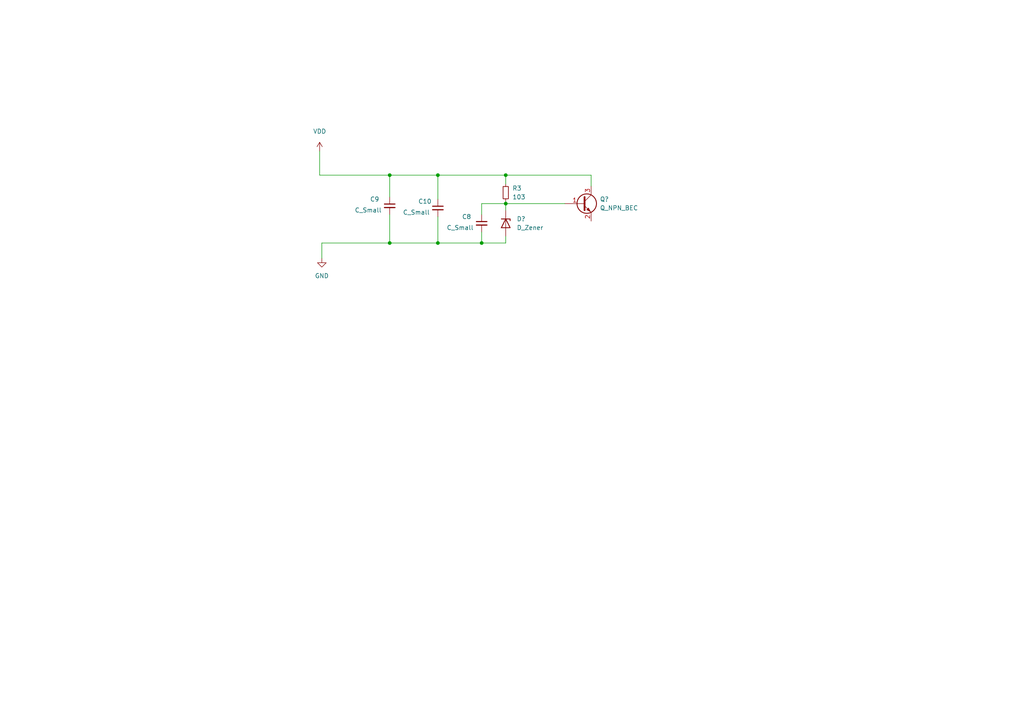
<source format=kicad_sch>
(kicad_sch (version 20211123) (generator eeschema)
  (paper "A4")
  (lib_symbols
    (symbol "Device:C_Small" (pin_numbers hide) (pin_names (offset 0.254) hide)
      (property "Reference" "C" (at 0.254 1.778 0))
      (property "Value" "C_Small" (at 0.254 -2.032 0))
      (symbol "C_Small_0_1"
        (polyline (pts (xy -1.524 -0.508) (xy 1.524 -0.508)) (stroke (width 0.3302)))
        (polyline (pts (xy -1.524 0.508) (xy 1.524 0.508)) (stroke (width 0.3048)))
      )
      (symbol "C_Small_1_1"
        (pin passive line (at 0 2.54 270) (length 2.032) (name "~") (number "1"))
        (pin passive line (at 0 -2.54 90) (length 2.032) (name "~") (number "2"))
      )
    )
    (symbol "Device:D_Zener" (pin_numbers hide) (pin_names (offset 1.016) hide)
      (property "Reference" "D" (at 0 2.54 0))
      (property "Value" "D_Zener" (at 0 -2.54 0))
      (symbol "D_Zener_0_1"
        (polyline (pts (xy 1.27 0) (xy -1.27 0)))
        (polyline (pts (xy -1.27 -1.27) (xy -1.27 1.27) (xy -0.762 1.27)) (stroke (width 0.254)))
        (polyline (pts (xy 1.27 -1.27) (xy 1.27 1.27) (xy -1.27 0) (xy 1.27 -1.27)) (stroke (width 0.254)))
      )
      (symbol "D_Zener_1_1"
        (pin passive line (at -3.81 0 0) (length 2.54) (name "K") (number "1"))
        (pin passive line (at 3.81 0 180) (length 2.54) (name "A") (number "2"))
      )
    )
    (symbol "Device:Q_NPN_BEC" (pin_names (offset 0) hide)
      (property "Reference" "Q" (at 5.08 1.27 0))
      (property "Value" "Q_NPN_BEC" (at 5.08 -1.27 0))
      (symbol "Q_NPN_BEC_0_1"
        (polyline (pts (xy 0.635 0.635) (xy 2.54 2.54)))
        (polyline (pts (xy 0.635 -0.635) (xy 2.54 -2.54) (xy 2.54 -2.54)))
        (polyline (pts (xy 0.635 1.905) (xy 0.635 -1.905) (xy 0.635 -1.905)) (stroke (width 0.508)))
        (polyline (pts (xy 1.27 -1.778) (xy 1.778 -1.27) (xy 2.286 -2.286) (xy 1.27 -1.778) (xy 1.27 -1.778)) (fill (type outline)))
        (circle (center 1.27 0) (radius 2.8194) (stroke (width 0.254)))
      )
      (symbol "Q_NPN_BEC_1_1"
        (pin input line (at -5.08 0 0) (length 5.715) (name "B") (number "1"))
        (pin passive line (at 2.54 -5.08 90) (length 2.54) (name "E") (number "2"))
        (pin passive line (at 2.54 5.08 270) (length 2.54) (name "C") (number "3"))
      )
    )
    (symbol "Device:R_Small" (pin_numbers hide) (pin_names (offset 0.254) hide)
      (property "Reference" "R" (at 0.762 0.508 0))
      (property "Value" "R_Small" (at 0.762 -1.016 0))
      (symbol "R_Small_0_1"
        (rectangle (start -0.762 1.778) (end 0.762 -1.778) (stroke (width 0.2032)))
      )
      (symbol "R_Small_1_1"
        (pin passive line (at 0 2.54 270) (length 0.762) (name "~") (number "1"))
        (pin passive line (at 0 -2.54 90) (length 0.762) (name "~") (number "2"))
      )
    )
    (symbol "power:GND" (power) (pin_names (offset 0))
      (property "Value" "GND" (at 0 -3.81 0))
      (symbol "GND_0_1"
        (polyline (pts (xy 0 0) (xy 0 -1.27) (xy 1.27 -1.27) (xy 0 -2.54) (xy -1.27 -1.27) (xy 0 -1.27)))
      )
      (symbol "GND_1_1"
        (pin power_in line (at 0 0 270) (length 0) hide (name "GND") (number "1"))
      )
    )
    (symbol "power:VDD" (power) (pin_names (offset 0))
      (property "Value" "VDD" (at 0 3.81 0))
      (symbol "VDD_0_1"
        (polyline (pts (xy -0.762 1.27) (xy 0 2.54)))
        (polyline (pts (xy 0 0) (xy 0 2.54)))
        (polyline (pts (xy 0 2.54) (xy 0.762 1.27)))
      )
      (symbol "VDD_1_1"
        (pin power_in line (at 0 0 90) (length 0) hide (name "VDD") (number "1"))
      )
    )
  )
  (junction (at 139.7 70.485))
  (junction (at 127 70.485))
  (junction (at 127 50.8))
  (junction (at 146.685 59.055))
  (junction (at 113.03 50.8))
  (junction (at 113.03 70.485))
  (junction (at 146.685 50.8))
  (wire (pts (xy 127 62.865) (xy 127 70.485)))
  (wire (pts (xy 113.03 50.8) (xy 113.03 57.15)))
  (wire (pts (xy 146.685 70.485) (xy 146.685 68.58)))
  (wire (pts (xy 146.685 59.055) (xy 146.685 60.96)))
  (wire (pts (xy 92.71 50.8) (xy 113.03 50.8)))
  (wire (pts (xy 146.685 50.8) (xy 146.685 53.34)))
  (wire (pts (xy 127 70.485) (xy 139.7 70.485)))
  (wire (pts (xy 139.7 59.055) (xy 146.685 59.055)))
  (wire (pts (xy 127 50.8) (xy 127 57.785)))
  (wire (pts (xy 146.685 59.055) (xy 163.83 59.055)))
  (wire (pts (xy 113.03 50.8) (xy 127 50.8)))
  (wire (pts (xy 139.7 62.23) (xy 139.7 59.055)))
  (wire (pts (xy 93.345 70.485) (xy 113.03 70.485)))
  (wire (pts (xy 146.685 58.42) (xy 146.685 59.055)))
  (wire (pts (xy 113.03 70.485) (xy 127 70.485)))
  (wire (pts (xy 171.45 50.8) (xy 146.685 50.8)))
  (wire (pts (xy 93.345 74.93) (xy 93.345 70.485)))
  (wire (pts (xy 139.7 70.485) (xy 146.685 70.485)))
  (wire (pts (xy 146.685 50.8) (xy 127 50.8)))
  (wire (pts (xy 171.45 53.975) (xy 171.45 50.8)))
  (wire (pts (xy 139.7 67.31) (xy 139.7 70.485)))
  (wire (pts (xy 113.03 62.23) (xy 113.03 70.485)))
  (wire (pts (xy 92.71 43.815) (xy 92.71 50.8)))
  (symbol (lib_id "Device:C_Small") (at 127 60.325 0) (unit 1)
    (property "Reference" "C10" (at 121.285 58.42 0) (effects (justify left)))
    (property "Value" "C_Small" (at 116.84 61.595 0) (effects (justify left)))
  )
  (symbol (lib_id "Device:R_Small") (at 146.685 55.88 0) (unit 1)
    (property "Reference" "R3" (at 148.59 54.6099 0) (effects (justify left)))
    (property "Value" "103" (at 148.59 57.1499 0) (effects (justify left)))
  )
  (symbol (lib_id "Device:D_Zener") (at 146.685 64.77 270) (unit 1)
    (property "Reference" "D?" (at 149.86 63.4999 90) (effects (justify left)))
    (property "Value" "D_Zener" (at 149.86 66.0399 90) (effects (justify left)))
  )
  (symbol (lib_id "Device:C_Small") (at 139.7 64.77 0) (unit 1)
    (property "Reference" "C8" (at 133.985 62.865 0) (effects (justify left)))
    (property "Value" "C_Small" (at 129.54 66.04 0) (effects (justify left)))
  )
  (symbol (lib_id "power:VDD") (at 92.71 43.815 0) (unit 1)
    (property "Reference" "#PWR?" (effects hide))
    (property "Value" "VDD" (at 92.71 38.1 0))
  )
  (symbol (lib_id "Device:C_Small") (at 113.03 59.69 0) (unit 1)
    (property "Reference" "C9" (at 107.315 57.785 0) (effects (justify left)))
    (property "Value" "C_Small" (at 102.87 60.96 0) (effects (justify left)))
  )
  (symbol (lib_id "Device:Q_NPN_BEC") (at 168.91 59.055 0) (unit 1)
    (property "Reference" "Q?" (at 173.99 57.7849 0) (effects (justify left)))
    (property "Value" "Q_NPN_BEC" (at 173.99 60.3249 0) (effects (justify left)))
  )
  (symbol (lib_id "power:GND") (at 93.345 74.93 0) (unit 1)
    (property "Reference" "#PWR?" (effects hide))
    (property "Value" "GND" (at 93.345 80.01 0))
  )
)
</source>
